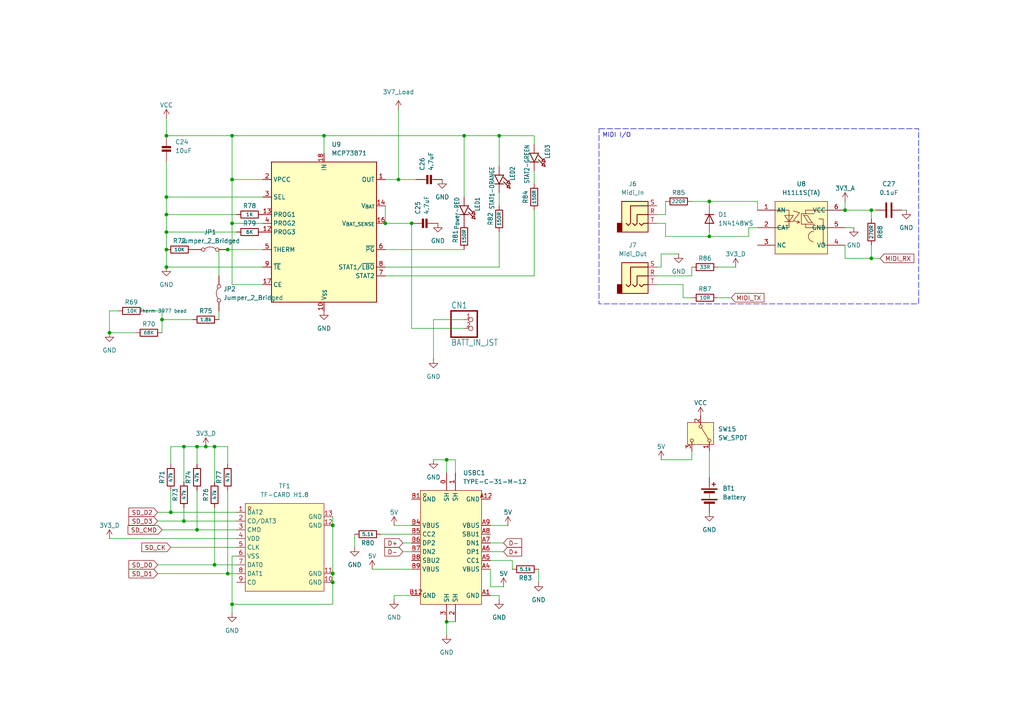
<source format=kicad_sch>
(kicad_sch (version 20231120) (generator "eeschema") (generator_version "8.0")
  (paper "A4")
  (lib_symbols
    (symbol "Adafruit USB LiIon-LiPoly Charger-eagle-import:CAP_CERAMIC0805"
      (property "Reference" "C" (at 2.54 2.54 0))
      (symbol "CAP_CERAMIC0805_1_0"
        (rectangle (start -1.27 0.508) (end 1.27 1.016) (fill (type outline)))
        (rectangle (start -1.27 1.524) (end 1.27 2.032) (fill (type outline)))
        (polyline (pts (xy 0 0.762) (xy 0 0)) (stroke (width 0.1524)))
        (polyline (pts (xy 0 2.54) (xy 0 1.778)) (stroke (width 0.1524)))
        (pin passive line (at 0 5.08 270) (length 2.54) (name "P$1") (number "1"))
        (pin passive line (at 0 -2.54 90) (length 2.54) (name "P$2") (number "2"))
      )
    )
    (symbol "Adafruit USB LiIon-LiPoly Charger-eagle-import:JST_2PIN"
      (property "Reference" "CN" (at -6.35 5.715 0))
      (symbol "JST_2PIN_1_0"
        (polyline (pts (xy -6.35 -2.54) (xy 1.27 -2.54)) (stroke (width 0.4064)))
        (polyline (pts (xy -6.35 5.08) (xy -6.35 -2.54)) (stroke (width 0.4064)))
        (polyline (pts (xy 1.27 -2.54) (xy 1.27 5.08)) (stroke (width 0.4064)))
        (polyline (pts (xy 1.27 5.08) (xy -6.35 5.08)) (stroke (width 0.4064)))
        (pin passive inverted (at -2.54 2.54 0) (length 2.54) (name "1") (number "1"))
        (pin passive inverted (at -2.54 0 0) (length 2.54) (name "2") (number "2"))
      )
    )
    (symbol "Adafruit USB LiIon-LiPoly Charger-eagle-import:LED0805"
      (property "Reference" "LED" (at -5.08 3.175 0))
      (symbol "LED0805_1_0"
        (polyline (pts (xy -2.54 -1.27) (xy 0 0)) (stroke (width 0.254)))
        (polyline (pts (xy -2.54 1.27) (xy -2.54 -1.27)) (stroke (width 0.254)))
        (polyline (pts (xy -1.905 1.27) (xy -0.635 2.54)) (stroke (width 0.254)))
        (polyline (pts (xy -0.9525 2.8575) (xy -0.3175 2.2225)) (stroke (width 0.254)))
        (polyline (pts (xy -0.635 1.27) (xy 0.635 2.54)) (stroke (width 0.254)))
        (polyline (pts (xy -0.3175 2.2225) (xy 0 3.175)) (stroke (width 0.254)))
        (polyline (pts (xy 0 0) (xy -2.54 1.27)) (stroke (width 0.254)))
        (polyline (pts (xy 0 0) (xy 0 -1.27)) (stroke (width 0.254)))
        (polyline (pts (xy 0 1.27) (xy 0 0)) (stroke (width 0.254)))
        (polyline (pts (xy 0 3.175) (xy -0.9525 2.8575)) (stroke (width 0.254)))
        (polyline (pts (xy 0.3175 2.8575) (xy 0.9525 2.2225)) (stroke (width 0.254)))
        (polyline (pts (xy 0.9525 2.2225) (xy 1.27 3.175)) (stroke (width 0.254)))
        (polyline (pts (xy 1.27 3.175) (xy 0.3175 2.8575)) (stroke (width 0.254)))
        (pin passive line (at -5.08 0 0) (length 2.54) (name "A") (number "A"))
        (pin passive line (at 2.54 0 180) (length 2.54) (name "C") (number "C"))
      )
    )
    (symbol "Battery_Management:MCP73871"
      (property "Reference" "U" (at -7.62 24.13 0))
      (property "Value" "MCP73871" (at -15.24 21.59 0))
      (symbol "MCP73871_0_1"
        (rectangle (start -15.24 20.32) (end 15.24 -20.32) (stroke (width 0.254)) (fill (type background)))
      )
      (symbol "MCP73871_1_1"
        (pin power_out line (at 17.78 15.24 180) (length 2.54) (name "OUT") (number "1"))
        (pin power_in line (at 0 -22.86 90) (length 2.54) (name "V_{SS}") (number "10"))
        (pin passive line (at 0 -22.86 90) (length 2.54) hide (name "V_{SS}") (number "11"))
        (pin bidirectional line (at -17.78 0 0) (length 2.54) (name "PROG3") (number "12"))
        (pin bidirectional line (at -17.78 5.08 0) (length 2.54) (name "PROG1") (number "13"))
        (pin power_out line (at 17.78 7.62 180) (length 2.54) (name "V_{BAT}") (number "14"))
        (pin passive line (at 17.78 7.62 180) (length 2.54) hide (name "V_{BAT}") (number "15"))
        (pin input line (at 17.78 2.54 180) (length 2.54) (name "V_{BAT_SENSE}") (number "16"))
        (pin input line (at -17.78 -15.24 0) (length 2.54) (name "CE") (number "17"))
        (pin power_in line (at 0 22.86 270) (length 2.54) (name "IN") (number "18"))
        (pin passive line (at 0 22.86 270) (length 2.54) hide (name "IN") (number "19"))
        (pin input line (at -17.78 15.24 0) (length 2.54) (name "VPCC") (number "2"))
        (pin passive line (at 17.78 15.24 180) (length 2.54) hide (name "OUT") (number "20"))
        (pin passive line (at 0 -22.86 90) (length 2.54) hide (name "V_{SS}") (number "21"))
        (pin input line (at -17.78 10.16 0) (length 2.54) (name "SEL") (number "3"))
        (pin input line (at -17.78 2.54 0) (length 2.54) (name "PROG2") (number "4"))
        (pin bidirectional line (at -17.78 -5.08 0) (length 2.54) (name "THERM") (number "5"))
        (pin open_collector line (at 17.78 -5.08 180) (length 2.54) (name "~{PG}") (number "6"))
        (pin open_collector line (at 17.78 -12.7 180) (length 2.54) (name "STAT2") (number "7"))
        (pin open_collector line (at 17.78 -10.16 180) (length 2.54) (name "STAT1/~{LBO}") (number "8"))
        (pin input line (at -17.78 -10.16 0) (length 2.54) (name "~{TE}") (number "9"))
      )
    )
    (symbol "Connector_Audio:AudioJack3"
      (property "Reference" "J" (at 0 8.89 0))
      (property "Value" "AudioJack3" (at 0 6.35 0))
      (symbol "AudioJack3_0_1"
        (rectangle (start -5.08 -5.08) (end -6.35 -2.54) (stroke (width 0.254)) (fill (type outline)))
        (polyline (pts (xy 0 -2.54) (xy 0.635 -3.175) (xy 1.27 -2.54) (xy 2.54 -2.54)) (stroke (width 0.254)))
        (polyline (pts (xy -1.905 -2.54) (xy -1.27 -3.175) (xy -0.635 -2.54) (xy -0.635 0) (xy 2.54 0)) (stroke (width 0.254)))
        (polyline (pts (xy 2.54 2.54) (xy -2.54 2.54) (xy -2.54 -2.54) (xy -3.175 -3.175) (xy -3.81 -2.54)) (stroke (width 0.254)))
        (rectangle (start 2.54 3.81) (end -5.08 -5.08) (stroke (width 0.254)) (fill (type background)))
      )
      (symbol "AudioJack3_1_1"
        (pin passive line (at 5.08 0 180) (length 2.54) (name "~") (number "R"))
        (pin passive line (at 5.08 2.54 180) (length 2.54) (name "~") (number "S"))
        (pin passive line (at 5.08 -2.54 180) (length 2.54) (name "~") (number "T"))
      )
    )
    (symbol "Device:Battery" (pin_numbers hide) (pin_names (offset 0) hide)
      (property "Reference" "BT" (at 2.54 2.54 0))
      (property "Value" "Battery" (at 2.54 0 0))
      (symbol "Battery_0_1"
        (rectangle (start -2.286 -1.27) (end 2.286 -1.524) (fill (type outline)))
        (rectangle (start -2.286 1.778) (end 2.286 1.524) (fill (type outline)))
        (rectangle (start -1.524 -2.032) (end 1.524 -2.54) (fill (type outline)))
        (rectangle (start -1.524 1.016) (end 1.524 0.508) (fill (type outline)))
        (polyline (pts (xy 0 -1.016) (xy 0 -0.762)))
        (polyline (pts (xy 0 -0.508) (xy 0 -0.254)))
        (polyline (pts (xy 0 0) (xy 0 0.254)))
        (polyline (pts (xy 0 1.778) (xy 0 2.54)))
        (polyline (pts (xy 0.762 3.048) (xy 1.778 3.048)) (stroke (width 0.254)))
        (polyline (pts (xy 1.27 3.556) (xy 1.27 2.54)) (stroke (width 0.254)))
      )
      (symbol "Battery_1_1"
        (pin passive line (at 0 5.08 270) (length 2.54) (name "+") (number "1"))
        (pin passive line (at 0 -5.08 90) (length 2.54) (name "-") (number "2"))
      )
    )
    (symbol "Device:C" (pin_numbers hide) (pin_names (offset 0.254))
      (property "Reference" "C" (at 0.635 2.54 0))
      (property "Value" "C" (at 0.635 -2.54 0))
      (symbol "C_0_1"
        (polyline (pts (xy -2.032 -0.762) (xy 2.032 -0.762)) (stroke (width 0.508)))
        (polyline (pts (xy -2.032 0.762) (xy 2.032 0.762)) (stroke (width 0.508)))
      )
      (symbol "C_1_1"
        (pin passive line (at 0 3.81 270) (length 2.794) (name "~") (number "1"))
        (pin passive line (at 0 -3.81 90) (length 2.794) (name "~") (number "2"))
      )
    )
    (symbol "Device:R" (pin_numbers hide) (pin_names (offset 0))
      (property "Reference" "R" (at 2.032 0 90))
      (property "Value" "R" (at 0 0 90))
      (symbol "R_0_1"
        (rectangle (start -1.016 -2.54) (end 1.016 2.54) (stroke (width 0.254)))
      )
      (symbol "R_1_1"
        (pin passive line (at 0 3.81 270) (length 1.27) (name "~") (number "1"))
        (pin passive line (at 0 -3.81 90) (length 1.27) (name "~") (number "2"))
      )
    )
    (symbol "Diode:MMSD4148" (pin_numbers hide) (pin_names hide)
      (property "Reference" "D" (at 0 2.54 0))
      (property "Value" "MMSD4148" (at 0 -2.54 0))
      (symbol "MMSD4148_0_1"
        (polyline (pts (xy -1.27 1.27) (xy -1.27 -1.27)) (stroke (width 0.254)))
        (polyline (pts (xy 1.27 0) (xy -1.27 0)))
        (polyline (pts (xy 1.27 1.27) (xy 1.27 -1.27) (xy -1.27 0) (xy 1.27 1.27)) (stroke (width 0.254)))
      )
      (symbol "MMSD4148_1_1"
        (pin passive line (at -3.81 0 0) (length 2.54) (name "K") (number "1"))
        (pin passive line (at 3.81 0 180) (length 2.54) (name "A") (number "2"))
      )
    )
    (symbol "Jumper:Jumper_2_Bridged" (pin_numbers hide) (pin_names (offset 0) hide) (exclude_from_sim yes)
      (property "Reference" "JP" (at 0 1.905 0))
      (property "Value" "Jumper_2_Bridged" (at 0 -2.54 0))
      (symbol "Jumper_2_Bridged_0_0"
        (circle (center -2.032 0) (radius 0.508))
        (circle (center 2.032 0) (radius 0.508))
      )
      (symbol "Jumper_2_Bridged_0_1"
        (arc (start 1.524 0.254) (mid 0 0.762) (end -1.524 0.254))
      )
      (symbol "Jumper_2_Bridged_1_1"
        (pin passive line (at -5.08 0 0) (length 2.54) (name "A") (number "1"))
        (pin passive line (at 5.08 0 180) (length 2.54) (name "B") (number "2"))
      )
    )
    (symbol "Switch:SW_SPDT" (pin_names (offset 0) hide)
      (property "Reference" "SW" (at 0 5.08 0))
      (property "Value" "SW_SPDT" (at 0 -5.08 0))
      (symbol "SW_SPDT_0_1"
        (circle (center -2.032 0) (radius 0.4572))
        (polyline (pts (xy -1.651 0.254) (xy 1.651 2.286)))
        (circle (center 2.032 -2.54) (radius 0.4572))
        (circle (center 2.032 2.54) (radius 0.4572))
      )
      (symbol "SW_SPDT_1_1"
        (rectangle (start -3.175 3.81) (end 3.175 -3.81) (fill (type background)))
        (pin passive line (at 5.08 2.54 180) (length 2.54) (name "A") (number "1"))
        (pin passive line (at -5.08 0 0) (length 2.54) (name "B") (number "2"))
        (pin passive line (at 5.08 -2.54 180) (length 2.54) (name "C") (number "3"))
      )
    )
    (symbol "daisy_seed:3V3_A" (power) (pin_numbers hide) (pin_names (offset 0) hide)
      (property "Value" "3V3_A" (at 0 3.81 0))
      (symbol "3V3_A_0_1"
        (polyline (pts (xy -0.762 1.27) (xy 0 2.54)))
        (polyline (pts (xy 0 0) (xy 0 2.54)))
        (polyline (pts (xy 0 2.54) (xy 0.762 1.27)))
      )
      (symbol "3V3_A_1_1"
        (pin power_in line (at 0 0 90) (length 0) (name "~") (number "1"))
      )
    )
    (symbol "daisy_seed:3V3_D" (power) (pin_numbers hide) (pin_names (offset 0) hide)
      (property "Value" "3V3_D" (at 0 5.08 0))
      (symbol "3V3_D_0_0"
        (pin power_in line (at 0 0 90) (length 0) (name "~") (number "1"))
      )
      (symbol "3V3_D_0_1"
        (polyline (pts (xy -0.762 1.27) (xy 0 2.54)))
        (polyline (pts (xy 0 0) (xy 0 2.54)))
        (polyline (pts (xy 0 2.54) (xy 0.762 1.27)))
      )
    )
    (symbol "power:GND" (power) (pin_numbers hide) (pin_names (offset 0) hide)
      (property "Value" "GND" (at 0 -3.81 0))
      (symbol "GND_0_1"
        (polyline (pts (xy 0 0) (xy 0 -1.27) (xy 1.27 -1.27) (xy 0 -2.54) (xy -1.27 -1.27) (xy 0 -1.27)))
      )
      (symbol "GND_1_1"
        (pin power_in line (at 0 0 270) (length 0) (name "~") (number "1"))
      )
    )
    (symbol "soundbook:TYPE-C-31-M-12"
      (property "Reference" "USBC1" (at 3.4641 21.59 0))
      (property "Value" "TYPE-C-31-M-12" (at 3.4641 19.05 0))
      (symbol "TYPE-C-31-M-12_0_1"
        (rectangle (start -8.89 16.51) (end 8.89 -16.51) (fill (type background)))
        (circle (center -7.62 15.24) (radius 0.38))
        (pin unspecified line (at -1.27 21.59 270) (length 5.08) (name "SH") (number "0"))
        (pin unspecified line (at 11.43 -13.97 180) (length 2.54) (name "GND") (number "A1"))
        (pin unspecified line (at 11.43 13.97 180) (length 2.54) (name "GND") (number "A12"))
        (pin unspecified line (at 11.43 -6.35 180) (length 2.54) (name "VBUS") (number "A4"))
        (pin unspecified line (at 11.43 -3.81 180) (length 2.54) (name "CC1") (number "A5"))
        (pin unspecified line (at 11.43 -1.27 180) (length 2.54) (name "DP1") (number "A6"))
        (pin unspecified line (at 11.43 1.27 180) (length 2.54) (name "DN1") (number "A7"))
        (pin unspecified line (at 11.43 3.81 180) (length 2.54) (name "SBU1") (number "A8"))
        (pin unspecified line (at 11.43 6.35 180) (length 2.54) (name "VBUS") (number "A9"))
        (pin unspecified line (at -11.43 13.97 0) (length 2.54) (name "GND") (number "B1"))
        (pin unspecified line (at -11.43 -13.97 0) (length 2.54) (name "GND") (number "B12"))
        (pin unspecified line (at -11.43 6.35 0) (length 2.54) (name "VBUS") (number "B4"))
        (pin unspecified line (at -11.43 3.81 0) (length 2.54) (name "CC2") (number "B5"))
        (pin unspecified line (at -11.43 1.27 0) (length 2.54) (name "DP2") (number "B6"))
        (pin unspecified line (at -11.43 -1.27 0) (length 2.54) (name "DN2") (number "B7"))
        (pin unspecified line (at -11.43 -3.81 0) (length 2.54) (name "SBU2") (number "B8"))
        (pin unspecified line (at -11.43 -6.35 0) (length 2.54) (name "VBUS") (number "B9"))
      )
      (symbol "TYPE-C-31-M-12_1_1"
        (pin unspecified line (at 1.27 21.59 270) (length 5.08) (name "SH") (number "1"))
        (pin unspecified line (at 1.27 -21.59 90) (length 5.08) (name "SH") (number "2"))
        (pin unspecified line (at -1.27 -21.59 90) (length 5.08) (name "SH") (number "3"))
      )
    )
    (symbol "soundpad_library:H11L1S(TA)"
      (property "Reference" "U" (at 0 10.16 0))
      (property "Value" "H11L1S(TA)" (at 0 -10.16 0))
      (symbol "H11L1S(TA)_0_1"
        (rectangle (start -7.62 7.62) (end 7.62 -7.62) (fill (type background)))
        (arc (start -3.56 1.02) (mid -2.0679 2.54) (end -3.56 4.06))
        (polyline (pts (xy -0.76 -3.56) (xy -2.03 -1.52)))
        (polyline (pts (xy 0 -4.06) (xy -3.81 -4.06)))
        (polyline (pts (xy 0.51 -1.52) (xy 1.27 -1.27)))
        (polyline (pts (xy 4.83 -1.78) (xy 2.29 -1.78)))
        (polyline (pts (xy -7.62 -5.08) (xy -1.27 -5.08) (xy -1.27 -4.06)))
        (polyline (pts (xy -3.3 -1.52) (xy -3.05 -1.52) (xy -2.03 -1.52)))
        (polyline (pts (xy -1.27 -1.02) (xy -1.27 0) (xy -7.62 0)))
        (polyline (pts (xy 0 -4.06) (xy 0 -1.02) (xy -3.81 -1.02)))
        (polyline (pts (xy -5.08 -2.54) (xy -6.35 -2.54) (xy -6.35 5.08) (xy -7.62 5.08)))
        (polyline (pts (xy -0.51 -3.56) (xy -1.78 -3.56) (xy -3.05 -1.52) (xy -3.3 -1.52)))
        (polyline (pts (xy 4.83 -3.56) (xy 2.29 -3.56) (xy 3.56 -1.78) (xy 4.83 -3.56)) (fill (type background)))
        (polyline (pts (xy 7.62 -5.08) (xy 3.56 -5.08) (xy 3.56 0) (xy 7.62 0)))
        (polyline (pts (xy 2.29 -4.83) (xy 0.51 -4.32) (xy 2.29 -2.03) (xy 0.51 -1.52) (xy 1.02 -2.03)))
        (pin unspecified line (at 12.7 -5.08 180) (length 5.08) (name "AN") (number "1"))
        (pin unspecified line (at 12.7 0 180) (length 5.08) (name "CAT") (number "2"))
        (pin unspecified line (at 12.7 5.08 180) (length 5.08) (name "NC") (number "3"))
        (pin unspecified line (at -12.7 5.08 0) (length 5.08) (name "VO") (number "4"))
        (pin unspecified line (at -12.7 0 0) (length 5.08) (name "GND") (number "5"))
        (pin unspecified line (at -12.7 -5.08 0) (length 5.08) (name "VCC") (number "6"))
      )
    )
    (symbol "soundpad_library:TF-CARDH1.8"
      (property "Reference" "TF" (at 0 17.78 0))
      (property "Value" "TF-CARD H1.8" (at 0 -12.7 0))
      (symbol "TF-CARDH1.8_0_1"
        (rectangle (start -12.7 15.24) (end 10.16 -10.16) (fill (type background)))
        (circle (center -11.43 13.97) (radius 0.38))
        (pin unspecified line (at -15.24 12.7 0) (length 2.54) (name "DAT2") (number "1"))
        (pin unspecified line (at 12.7 -7.62 180) (length 2.54) (name "GND") (number "10"))
        (pin unspecified line (at 12.7 -5.08 180) (length 2.54) (name "GND") (number "11"))
        (pin unspecified line (at 12.7 8.89 180) (length 2.54) (name "GND") (number "12"))
        (pin unspecified line (at 12.7 11.43 180) (length 2.54) (name "GND") (number "13"))
        (pin unspecified line (at -15.24 10.16 0) (length 2.54) (name "CD/DAT3") (number "2"))
        (pin unspecified line (at -15.24 7.62 0) (length 2.54) (name "CMD") (number "3"))
        (pin unspecified line (at -15.24 5.08 0) (length 2.54) (name "VDD") (number "4"))
        (pin unspecified line (at -15.24 2.54 0) (length 2.54) (name "CLK") (number "5"))
        (pin unspecified line (at -15.24 0 0) (length 2.54) (name "VSS") (number "6"))
        (pin unspecified line (at -15.24 -2.54 0) (length 2.54) (name "DAT0") (number "7"))
        (pin unspecified line (at -15.24 -5.08 0) (length 2.54) (name "DAT1") (number "8"))
        (pin unspecified line (at -15.24 -7.62 0) (length 2.54) (name "CD") (number "9"))
      )
    )
  )
  (junction (at 53.34 151.13))
  (junction (at 93.98 39.37))
  (junction (at 48.26 72.39))
  (junction (at 49.53 148.59))
  (junction (at 66.04 166.37))
  (junction (at 48.26 57.15))
  (junction (at 245.11 60.96))
  (junction (at 96.52 166.37))
  (junction (at 115.57 52.07))
  (junction (at 252.73 60.96))
  (junction (at 205.74 68.58))
  (junction (at 111.76 64.77))
  (junction (at 53.34 129.54))
  (junction (at 67.31 39.37))
  (junction (at 48.26 39.37))
  (junction (at 134.62 39.37))
  (junction (at 252.73 74.93))
  (junction (at 57.15 153.67))
  (junction (at 205.74 58.42))
  (junction (at 119.38 64.77))
  (junction (at 62.23 129.54))
  (junction (at 48.26 67.31))
  (junction (at 96.52 152.4))
  (junction (at 31.75 96.52))
  (junction (at 129.54 133.35))
  (junction (at 96.52 168.91))
  (junction (at 144.78 39.37))
  (junction (at 46.99 92.71))
  (junction (at 57.15 129.54))
  (junction (at 67.31 52.07))
  (junction (at 59.69 129.54))
  (junction (at 67.31 64.77))
  (junction (at 66.04 72.39))
  (junction (at 67.31 175.26))
  (junction (at 62.23 163.83))
  (junction (at 48.26 62.23))
  (junction (at 48.26 77.47))
  (junction (at 129.54 180.34))
  (wire (pts (xy 142.24 172.72) (xy 144.78 172.72)))
  (wire (pts (xy 93.98 39.37) (xy 93.98 44.45)))
  (wire (pts (xy 46.99 90.17) (xy 46.99 92.71)))
  (wire (pts (xy 66.04 142.24) (xy 66.04 166.37)))
  (wire (pts (xy 111.76 72.39) (xy 134.62 72.39)))
  (wire (pts (xy 31.75 90.17) (xy 31.75 96.52)))
  (wire (pts (xy 62.23 129.54) (xy 59.69 129.54)))
  (wire (pts (xy 129.54 180.34) (xy 132.08 180.34)))
  (wire (pts (xy 247.65 66.04) (xy 245.11 66.04)))
  (wire (pts (xy 217.17 66.04) (xy 217.17 68.58)))
  (wire (pts (xy 57.15 129.54) (xy 59.69 129.54)))
  (wire (pts (xy 48.26 72.39) (xy 48.26 77.47)))
  (wire (pts (xy 48.26 34.29) (xy 48.26 39.37)))
  (wire (pts (xy 114.3 152.4) (xy 119.38 152.4)))
  (wire (pts (xy 261.62 60.96) (xy 262.89 60.96)))
  (wire (pts (xy 208.28 86.36) (xy 212.09 86.36)))
  (wire (pts (xy 67.31 161.29) (xy 67.31 175.26)))
  (wire (pts (xy 67.31 52.07) (xy 67.31 64.77)))
  (wire (pts (xy 49.53 134.62) (xy 49.53 129.54)))
  (wire (pts (xy 142.24 170.18) (xy 146.05 170.18)))
  (wire (pts (xy 48.26 67.31) (xy 68.58 67.31)))
  (wire (pts (xy 57.15 129.54) (xy 57.15 134.62)))
  (wire (pts (xy 96.52 175.26) (xy 67.31 175.26)))
  (wire (pts (xy 45.72 163.83) (xy 62.23 163.83)))
  (wire (pts (xy 45.72 151.13) (xy 53.34 151.13)))
  (wire (pts (xy 49.53 148.59) (xy 68.58 148.59)))
  (wire (pts (xy 111.76 52.07) (xy 115.57 52.07)))
  (wire (pts (xy 67.31 39.37) (xy 93.98 39.37)))
  (wire (pts (xy 48.26 39.37) (xy 67.31 39.37)))
  (wire (pts (xy 190.5 62.23) (xy 193.04 62.23)))
  (wire (pts (xy 53.34 129.54) (xy 57.15 129.54)))
  (wire (pts (xy 198.12 86.36) (xy 198.12 82.55)))
  (wire (pts (xy 208.28 77.47) (xy 213.36 77.47)))
  (wire (pts (xy 148.59 162.56) (xy 142.24 162.56)))
  (wire (pts (xy 116.84 160.02) (xy 119.38 160.02)))
  (wire (pts (xy 57.15 142.24) (xy 57.15 153.67)))
  (wire (pts (xy 125.73 92.71) (xy 125.73 104.14)))
  (wire (pts (xy 96.52 166.37) (xy 96.52 168.91)))
  (wire (pts (xy 200.66 58.42) (xy 205.74 58.42)))
  (wire (pts (xy 144.78 172.72) (xy 144.78 173.99)))
  (wire (pts (xy 217.17 66.04) (xy 219.71 66.04)))
  (wire (pts (xy 154.94 60.96) (xy 154.94 80.01)))
  (wire (pts (xy 46.99 153.67) (xy 57.15 153.67)))
  (wire (pts (xy 57.15 153.67) (xy 68.58 153.67)))
  (wire (pts (xy 63.5 72.39) (xy 66.04 72.39)))
  (wire (pts (xy 200.66 133.35) (xy 200.66 130.81)))
  (wire (pts (xy 142.24 152.4) (xy 147.32 152.4)))
  (wire (pts (xy 67.31 52.07) (xy 76.2 52.07)))
  (wire (pts (xy 119.38 95.25) (xy 134.62 95.25)))
  (wire (pts (xy 245.11 58.42) (xy 245.11 60.96)))
  (wire (pts (xy 55.88 92.71) (xy 46.99 92.71)))
  (wire (pts (xy 190.5 77.47) (xy 191.77 77.47)))
  (wire (pts (xy 62.23 139.7) (xy 62.23 129.54)))
  (wire (pts (xy 45.72 148.59) (xy 49.53 148.59)))
  (wire (pts (xy 63.5 90.17) (xy 63.5 92.71)))
  (wire (pts (xy 68.58 161.29) (xy 67.31 161.29)))
  (wire (pts (xy 116.84 157.48) (xy 119.38 157.48)))
  (wire (pts (xy 146.05 157.48) (xy 142.24 157.48)))
  (wire (pts (xy 154.94 39.37) (xy 144.78 39.37)))
  (wire (pts (xy 63.5 72.39) (xy 63.5 80.01)))
  (wire (pts (xy 45.72 166.37) (xy 66.04 166.37)))
  (wire (pts (xy 190.5 64.77) (xy 193.04 64.77)))
  (wire (pts (xy 154.94 41.91) (xy 154.94 39.37)))
  (wire (pts (xy 190.5 80.01) (xy 200.66 80.01)))
  (wire (pts (xy 49.53 129.54) (xy 53.34 129.54)))
  (wire (pts (xy 193.04 62.23) (xy 193.04 58.42)))
  (wire (pts (xy 66.04 134.62) (xy 66.04 129.54)))
  (wire (pts (xy 119.38 172.72) (xy 114.3 172.72)))
  (wire (pts (xy 134.62 39.37) (xy 93.98 39.37)))
  (wire (pts (xy 252.73 60.96) (xy 245.11 60.96)))
  (wire (pts (xy 191.77 77.47) (xy 191.77 73.66)))
  (wire (pts (xy 219.71 58.42) (xy 219.71 60.96)))
  (wire (pts (xy 67.31 64.77) (xy 76.2 64.77)))
  (wire (pts (xy 49.53 158.75) (xy 68.58 158.75)))
  (wire (pts (xy 205.74 67.31) (xy 205.74 68.58)))
  (wire (pts (xy 134.62 57.15) (xy 134.62 39.37)))
  (wire (pts (xy 245.11 74.93) (xy 252.73 74.93)))
  (wire (pts (xy 191.77 133.35) (xy 200.66 133.35)))
  (wire (pts (xy 31.75 156.21) (xy 68.58 156.21)))
  (wire (pts (xy 146.05 160.02) (xy 142.24 160.02)))
  (wire (pts (xy 132.08 137.16) (xy 132.08 133.35)))
  (wire (pts (xy 96.52 168.91) (xy 96.52 175.26)))
  (wire (pts (xy 129.54 133.35) (xy 125.73 133.35)))
  (wire (pts (xy 134.62 92.71) (xy 125.73 92.71)))
  (wire (pts (xy 48.26 67.31) (xy 48.26 72.39)))
  (wire (pts (xy 76.2 82.55) (xy 67.31 82.55)))
  (wire (pts (xy 205.74 130.81) (xy 205.74 138.43)))
  (wire (pts (xy 48.26 46.99) (xy 48.26 57.15)))
  (wire (pts (xy 132.08 133.35) (xy 129.54 133.35)))
  (wire (pts (xy 191.77 73.66) (xy 196.85 73.66)))
  (wire (pts (xy 252.73 71.12) (xy 252.73 74.93)))
  (wire (pts (xy 144.78 39.37) (xy 144.78 48.26)))
  (wire (pts (xy 156.21 165.1) (xy 156.21 168.91)))
  (wire (pts (xy 66.04 166.37) (xy 68.58 166.37)))
  (wire (pts (xy 198.12 86.36) (xy 200.66 86.36)))
  (wire (pts (xy 255.27 74.93) (xy 252.73 74.93)))
  (wire (pts (xy 67.31 175.26) (xy 67.31 177.8)))
  (wire (pts (xy 96.52 152.4) (xy 96.52 166.37)))
  (wire (pts (xy 154.94 80.01) (xy 111.76 80.01)))
  (wire (pts (xy 102.87 154.94) (xy 102.87 158.75)))
  (wire (pts (xy 41.91 90.17) (xy 46.99 90.17)))
  (wire (pts (xy 48.26 77.47) (xy 76.2 77.47)))
  (wire (pts (xy 129.54 180.34) (xy 129.54 184.15)))
  (wire (pts (xy 205.74 68.58) (xy 217.17 68.58)))
  (wire (pts (xy 144.78 67.31) (xy 144.78 77.47)))
  (wire (pts (xy 48.26 57.15) (xy 76.2 57.15)))
  (wire (pts (xy 68.58 62.23) (xy 48.26 62.23)))
  (wire (pts (xy 53.34 147.32) (xy 53.34 151.13)))
  (wire (pts (xy 62.23 147.32) (xy 62.23 163.83)))
  (wire (pts (xy 107.95 165.1) (xy 119.38 165.1)))
  (wire (pts (xy 119.38 154.94) (xy 110.49 154.94)))
  (wire (pts (xy 111.76 59.69) (xy 111.76 64.77)))
  (wire (pts (xy 148.59 165.1) (xy 148.59 162.56)))
  (wire (pts (xy 67.31 82.55) (xy 67.31 64.77)))
  (wire (pts (xy 193.04 64.77) (xy 193.04 68.58)))
  (wire (pts (xy 76.2 72.39) (xy 66.04 72.39)))
  (wire (pts (xy 62.23 163.83) (xy 68.58 163.83)))
  (wire (pts (xy 252.73 60.96) (xy 252.73 63.5)))
  (wire (pts (xy 190.5 82.55) (xy 198.12 82.55)))
  (wire (pts (xy 144.78 39.37) (xy 134.62 39.37)))
  (wire (pts (xy 129.54 137.16) (xy 129.54 133.35)))
  (wire (pts (xy 66.04 129.54) (xy 62.23 129.54)))
  (wire (pts (xy 144.78 77.47) (xy 111.76 77.47)))
  (wire (pts (xy 114.3 172.72) (xy 114.3 173.99)))
  (wire (pts (xy 120.65 52.07) (xy 115.57 52.07)))
  (wire (pts (xy 46.99 96.52) (xy 46.99 92.71)))
  (wire (pts (xy 53.34 151.13) (xy 68.58 151.13)))
  (wire (pts (xy 48.26 62.23) (xy 48.26 67.31)))
  (wire (pts (xy 48.26 57.15) (xy 48.26 62.23)))
  (wire (pts (xy 53.34 129.54) (xy 53.34 139.7)))
  (wire (pts (xy 154.94 49.53) (xy 154.94 53.34)) (stroke (width 0.1524)))
  (wire (pts (xy 205.74 59.69) (xy 205.74 58.42)))
  (wire (pts (xy 119.38 64.77) (xy 119.38 95.25)))
  (wire (pts (xy 115.57 31.75) (xy 115.57 52.07)))
  (wire (pts (xy 193.04 68.58) (xy 205.74 68.58)))
  (wire (pts (xy 111.76 64.77) (xy 119.38 64.77)))
  (wire (pts (xy 245.11 74.93) (xy 245.11 71.12)))
  (wire (pts (xy 142.24 170.18) (xy 142.24 165.1)))
  (wire (pts (xy 67.31 52.07) (xy 67.31 39.37)))
  (wire (pts (xy 254 60.96) (xy 252.73 60.96)))
  (wire (pts (xy 144.78 55.88) (xy 144.78 59.69)))
  (wire (pts (xy 96.52 149.86) (xy 96.52 152.4)))
  (wire (pts (xy 31.75 90.17) (xy 34.29 90.17)))
  (wire (pts (xy 49.53 142.24) (xy 49.53 148.59)))
  (wire (pts (xy 200.66 80.01) (xy 200.66 77.47)))
  (wire (pts (xy 205.74 58.42) (xy 219.71 58.42)))
  (wire (pts (xy 31.75 96.52) (xy 39.37 96.52)))
  (text_box "MIDI I/O" (at 173.736 37.338 0) (size 92.71 50.8) (stroke (width 0) (type dash)) (effects (font (size 1.27 1.27)) (justify left top)))
  (global_label "D+" (shape input) (at 116.84 157.48 180) (property "Intersheetrefs" "${INTERSHEET_REFS}" (effects (hide yes))))
  (global_label "D-" (shape input) (at 146.05 157.48 0) (property "Intersheetrefs" "${INTERSHEET_REFS}" (effects (hide yes))))
  (global_label "SD_D0" (shape input) (at 45.72 163.83 180) (property "Intersheetrefs" "${INTERSHEET_REFS}" (effects (hide yes))))
  (global_label "SD_CK" (shape input) (at 49.53 158.75 180) (property "Intersheetrefs" "${INTERSHEET_REFS}" (effects (hide yes))))
  (global_label "D-" (shape input) (at 116.84 160.02 180) (property "Intersheetrefs" "${INTERSHEET_REFS}" (effects (hide yes))))
  (global_label "MIDI_RX" (shape input) (at 255.27 74.93 0) (property "Intersheetrefs" "${INTERSHEET_REFS}" (effects (hide yes))))
  (global_label "SD_CMD" (shape input) (at 46.99 153.67 180) (property "Intersheetrefs" "${INTERSHEET_REFS}" (effects (hide yes))))
  (global_label "SD_D1" (shape input) (at 45.72 166.37 180) (property "Intersheetrefs" "${INTERSHEET_REFS}" (effects (hide yes))))
  (global_label "MIDI_TX" (shape input) (at 212.09 86.36 0) (property "Intersheetrefs" "${INTERSHEET_REFS}" (effects (hide yes))))
  (global_label "SD_D3" (shape input) (at 45.72 151.13 180) (property "Intersheetrefs" "${INTERSHEET_REFS}" (effects (hide yes))))
  (global_label "D+" (shape input) (at 146.05 160.02 0) (property "Intersheetrefs" "${INTERSHEET_REFS}" (effects (hide yes))))
  (global_label "SD_D2" (shape input) (at 45.72 148.59 180) (property "Intersheetrefs" "${INTERSHEET_REFS}" (effects (hide yes))))
  (symbol (lib_id "daisy_seed:3V3_D") (at 203.2 120.65 0) (unit 1)
    (property "Reference" "#PWR0137" (effects (hide yes)))
    (property "Value" "VCC" (at 203.2 116.84 0))
  )
  (symbol (lib_id "power:GND") (at 67.31 177.8 0) (unit 1)
    (property "Reference" "#PWR0107" (effects (hide yes)))
    (property "Value" "GND" (at 67.31 182.88 0))
    (property "Description" "Power symbol creates a global label with name \"GND\" , ground" (effects (hide yes)))
  )
  (symbol (lib_id "Adafruit USB LiIon-LiPoly Charger-eagle-import:CAP_CERAMIC0805") (at 125.73 52.07 90) (unit 1)
    (property "Reference" "C26" (at 123.19 49.53 0) (effects (justify left bottom)))
    (property "Value" "4.7uF" (at 125.73 49.53 0) (effects (justify left bottom)))
    (property "Footprint" "Capacitor_SMD:C_0603_1608Metric" (effects (hide yes)))
    (property "Description" "unpolarized capacitor" (effects (hide yes)))
    (property "LCSC" "C19702" (effects (hide yes)))
  )
  (symbol (lib_id "power:GND") (at 205.74 148.59 0) (unit 1)
    (property "Reference" "#PWR0138" (effects (hide yes)))
    (property "Value" "GND" (at 205.74 153.67 0))
    (property "Description" "Power symbol creates a global label with name \"GND\" , ground" (effects (hide yes)))
  )
  (symbol (lib_id "power:GND") (at 262.89 60.96 0) (unit 1)
    (property "Reference" "#PWR0125" (effects (hide yes)))
    (property "Value" "GND" (at 262.89 66.04 0))
  )
  (symbol (lib_id "Device:R") (at 62.23 143.51 180) (unit 1)
    (property "Reference" "R76" (at 59.69 143.51 90))
    (property "Value" "47k" (at 62.23 143.51 90) (effects (font (size 1.016 1.016))))
    (property "Footprint" "Resistor_SMD:R_0603_1608Metric" (effects (hide yes)))
    (property "Description" "Resistor" (effects (hide yes)))
  )
  (symbol (lib_id "Device:R") (at 152.4 165.1 270) (unit 1)
    (property "Reference" "R83" (at 152.4 167.64 90))
    (property "Value" "5.1k" (at 152.4 165.1 90) (effects (font (size 1.016 1.016))))
    (property "Footprint" "Resistor_SMD:R_0603_1608Metric" (effects (hide yes)))
    (property "Description" "Resistor" (effects (hide yes)))
  )
  (symbol (lib_id "daisy_seed:3V3_A") (at 245.11 58.42 0) (unit 1)
    (property "Reference" "#PWR0123" (effects (hide yes)))
    (property "Value" "3V3_A" (at 245.11 54.61 0))
    (property "Description" "Power symbol creates a global label with name \"3V3_A\" (I hope)" (effects (hide yes)))
  )
  (symbol (lib_id "Device:R") (at 72.39 67.31 90) (unit 1)
    (property "Reference" "R79" (at 72.39 64.77 90))
    (property "Value" "6K" (at 72.39 67.31 90) (effects (font (size 1.016 1.016))))
    (property "Footprint" "Resistor_SMD:R_0603_1608Metric" (effects (hide yes)))
    (property "Description" "Resistor" (effects (hide yes)))
  )
  (symbol (lib_id "Device:R") (at 196.85 58.42 90) (unit 1)
    (property "Reference" "R85" (at 196.85 55.88 90))
    (property "Value" "220R" (at 196.85 58.42 90) (effects (font (size 1.016 1.016))))
    (property "Footprint" "Resistor_SMD:R_0603_1608Metric" (effects (hide yes)))
    (property "Description" "Resistor" (effects (hide yes)))
    (property "LCSC" "C22962" (effects (hide yes)))
  )
  (symbol (lib_id "power:GND") (at 196.85 73.66 0) (unit 1)
    (property "Reference" "#PWR0121" (effects (hide yes)))
    (property "Value" "GND" (at 196.85 78.74 0))
    (property "Description" "Power symbol creates a global label with name \"GND\" , ground" (effects (hide yes)))
  )
  (symbol (lib_id "daisy_seed:3V3_D") (at 107.95 165.1 0) (mirror y) (unit 1)
    (property "Reference" "#PWR0110" (effects (hide yes)))
    (property "Value" "5V" (at 107.95 161.29 0))
  )
  (symbol (lib_id "power:GND") (at 128.27 52.07 0) (unit 1)
    (property "Reference" "#PWR0116" (effects (hide yes)))
    (property "Value" "GND" (at 128.27 57.15 0))
    (property "Description" "Power symbol creates a global label with name \"GND\" , ground" (effects (hide yes)))
  )
  (symbol (lib_id "Device:Battery") (at 205.74 143.51 0) (unit 1)
    (property "Reference" "BT1" (at 209.55 141.6684 0) (effects (justify left)))
    (property "Value" "Battery" (at 209.55 144.2084 0) (effects (justify left)))
    (property "Footprint" "footprints:2479" (effects (hide yes)))
    (property "Description" "Multiple-cell battery" (effects (hide yes)))
  )
  (symbol (lib_id "Adafruit USB LiIon-LiPoly Charger-eagle-import:LED0805") (at 134.62 62.23 270) (unit 1)
    (property "Reference" "LED1" (at 137.795 57.15 0) (effects (font (size 1.27 1.0795)) (justify left bottom)))
    (property "Value" "Power-RED" (at 131.826 57.15 0) (effects (font (size 1.27 1.0795)) (justify left bottom)))
    (property "Footprint" "Adafruit USB LiIon-LiPoly Charger:CHIPLED_0805" (effects (hide yes)))
    (property "LCSC" "C2286" (effects (hide yes)))
  )
  (symbol (lib_id "Device:R") (at 59.69 92.71 90) (unit 1)
    (property "Reference" "R75" (at 59.69 90.17 90))
    (property "Value" "1.8k" (at 59.69 92.71 90) (effects (font (size 1.016 1.016))))
    (property "Footprint" "Resistor_SMD:R_0603_1608Metric" (effects (hide yes)))
    (property "Description" "Resistor" (effects (hide yes)))
  )
  (symbol (lib_id "Device:R") (at 57.15 138.43 180) (unit 1)
    (property "Reference" "R74" (at 54.61 138.43 90))
    (property "Value" "47k" (at 57.15 138.43 90) (effects (font (size 1.016 1.016))))
    (property "Footprint" "Resistor_SMD:R_0603_1608Metric" (effects (hide yes)))
    (property "Description" "Resistor" (effects (hide yes)))
  )
  (symbol (lib_id "Switch:SW_SPDT") (at 203.2 125.73 270) (unit 1)
    (property "Reference" "SW15" (at 208.28 124.4599 90) (effects (justify left)))
    (property "Value" "SW_SPDT" (at 208.28 126.9999 90) (effects (justify left)))
    (property "Footprint" "footprints:SLW12777443AND" (effects (hide yes)))
    (property "Description" "Switch, single pole double throw" (effects (hide yes)))
  )
  (symbol (lib_id "Device:R") (at 154.94 57.15 180) (unit 1)
    (property "Reference" "R84" (at 152.4 57.15 90))
    (property "Value" "150R" (at 154.94 57.15 90) (effects (font (size 1.016 1.016))))
    (property "Footprint" "Resistor_SMD:R_0603_1608Metric" (effects (hide yes)))
    (property "Description" "Resistor" (effects (hide yes)))
    (property "LCSC" "C22808" (effects (hide yes)))
  )
  (symbol (lib_id "daisy_seed:3V3_D") (at 147.32 152.4 0) (unit 1)
    (property "Reference" "#PWR0119" (effects (hide yes)))
    (property "Value" "5V" (at 147.32 148.59 0))
  )
  (symbol (lib_id "soundbook:TYPE-C-31-M-12") (at 130.81 158.75 0) (unit 1)
    (property "Reference" "USBC1" (at 134.2741 137.16 0) (effects (justify left)))
    (property "Value" "TYPE-C-31-M-12" (at 134.2741 139.7 0) (effects (justify left)))
    (property "Footprint" "Connector_USB:USB_C_Receptacle_HRO_TYPE-C-31-M-12" (effects (hide yes)))
    (property "Datasheet" "https://lcsc.com/product-detail/USB-Type-C_Korean-Hroparts-Elec-TYPE-C-31-M-12_C165948.html" (effects (hide yes)))
    (property "LCSC Part" "C165948" (effects (hide yes)))
  )
  (symbol (lib_id "power:GND") (at 125.73 133.35 0) (unit 1)
    (property "Reference" "#PWR070" (effects (hide yes)))
    (property "Value" "GND" (at 125.73 138.43 0))
    (property "Description" "Power symbol creates a global label with name \"GND\" , ground" (effects (hide yes)))
  )
  (symbol (lib_id "Device:R") (at 43.18 96.52 90) (unit 1)
    (property "Reference" "R70" (at 43.18 93.98 90))
    (property "Value" "68K" (at 43.18 96.52 90) (effects (font (size 1.016 1.016))))
    (property "Footprint" "Resistor_SMD:R_0603_1608Metric" (effects (hide yes)))
    (property "Description" "Resistor" (effects (hide yes)))
  )
  (symbol (lib_id "Battery_Management:MCP73871") (at 93.98 67.31 0) (unit 1)
    (property "Reference" "U9" (at 96.1741 41.91 0) (effects (justify left)))
    (property "Value" "MCP73871" (at 96.1741 44.45 0) (effects (justify left)))
    (property "Footprint" "Package_DFN_QFN:QFN-20-1EP_4x4mm_P0.5mm_EP2.5x2.5mm" (effects (hide yes)))
    (property "Datasheet" "http://www.mouser.com/ds/2/268/22090a-52174.pdf" (effects (hide yes)))
    (property "Description" "Single cell, Li-Ion/Li-Po charge management controller" (effects (hide yes)))
    (property "LCSC" "C511310" (effects (hide yes)))
  )
  (symbol (lib_id "daisy_seed:3V3_D") (at 213.36 77.47 0) (unit 1)
    (property "Reference" "#PWR0122" (effects (hide yes)))
    (property "Value" "3V3_D" (at 213.36 73.66 0))
    (property "Description" "Power symbol creates a global label with name \"3V3_D\"" (effects (hide yes)))
  )
  (symbol (lib_id "power:GND") (at 129.54 184.15 0) (unit 1)
    (property "Reference" "#PWR025" (effects (hide yes)))
    (property "Value" "GND" (at 129.54 189.23 0))
    (property "Description" "Power symbol creates a global label with name \"GND\" , ground" (effects (hide yes)))
  )
  (symbol (lib_id "daisy_seed:3V3_D") (at 48.26 34.29 0) (unit 1)
    (property "Reference" "#PWR0104" (effects (hide yes)))
    (property "Value" "VCC" (at 48.26 30.48 0))
  )
  (symbol (lib_id "power:GND") (at 156.21 168.91 0) (unit 1)
    (property "Reference" "#PWR0120" (effects (hide yes)))
    (property "Value" "GND" (at 156.21 173.99 0))
    (property "Description" "Power symbol creates a global label with name \"GND\" , ground" (effects (hide yes)))
  )
  (symbol (lib_id "power:GND") (at 31.75 96.52 0) (unit 1)
    (property "Reference" "#PWR0102" (effects (hide yes)))
    (property "Value" "GND" (at 31.75 101.6 0))
    (property "Description" "Power symbol creates a global label with name \"GND\" , ground" (effects (hide yes)))
  )
  (symbol (lib_id "power:GND") (at 48.26 77.47 0) (unit 1)
    (property "Reference" "#PWR0105" (effects (hide yes)))
    (property "Value" "GND" (at 48.26 82.55 0))
    (property "Description" "Power symbol creates a global label with name \"GND\" , ground" (effects (hide yes)))
  )
  (symbol (lib_id "power:GND") (at 114.3 173.99 0) (unit 1)
    (property "Reference" "#PWR0112" (effects (hide yes)))
    (property "Value" "GND" (at 114.3 179.07 0))
    (property "Description" "Power symbol creates a global label with name \"GND\" , ground" (effects (hide yes)))
  )
  (symbol (lib_id "daisy_seed:3V3_D") (at 146.05 170.18 0) (unit 1)
    (property "Reference" "#PWR0118" (effects (hide yes)))
    (property "Value" "5V" (at 146.05 166.37 0))
  )
  (symbol (lib_id "Device:R") (at 38.1 90.17 90) (unit 1)
    (property "Reference" "R69" (at 38.1 87.63 90))
    (property "Value" "10K Therm 3977 bead" (at 45.466 90.17 90) (effects (font (size 1.016 1.016))))
    (property "Footprint" "Capacitor_THT:C_Disc_D3.4mm_W2.1mm_P2.50mm" (effects (hide yes)))
    (property "Description" "Resistor" (effects (hide yes)))
  )
  (symbol (lib_id "Device:R") (at 106.68 154.94 270) (unit 1)
    (property "Reference" "R80" (at 106.68 157.48 90))
    (property "Value" "5.1k" (at 106.68 154.94 90) (effects (font (size 1.016 1.016))))
    (property "Footprint" "Resistor_SMD:R_0603_1608Metric" (effects (hide yes)))
    (property "Description" "Resistor" (effects (hide yes)))
  )
  (symbol (lib_id "Device:R") (at 52.07 72.39 90) (unit 1)
    (property "Reference" "R72" (at 52.07 69.85 90))
    (property "Value" "10K" (at 52.07 72.39 90) (effects (font (size 1.016 1.016))))
    (property "Footprint" "Resistor_SMD:R_0603_1608Metric" (effects (hide yes)))
    (property "Description" "Resistor" (effects (hide yes)))
  )
  (symbol (lib_id "soundpad_library:H11L1S(TA)") (at 232.41 66.04 180) (unit 1)
    (property "Reference" "U8" (at 232.41 53.34 0))
    (property "Value" "H11L1S(TA)" (at 232.41 55.88 0))
    (property "Footprint" "ICs:SMD-6_L7.3-W6.5-P2.54-LS10.2-BL" (effects (hide yes)))
    (property "Datasheet" "https://lcsc.com/product-detail/SMD-Optocouplers_H11L1S-TA_C78589.html" (effects (hide yes)))
    (property "LCSC Part" "C78589" (effects (hide yes)))
  )
  (symbol (lib_id "power:GND") (at 127 64.77 0) (unit 1)
    (property "Reference" "#PWR0115" (effects (hide yes)))
    (property "Value" "GND" (at 127 69.85 0))
    (property "Description" "Power symbol creates a global label with name \"GND\" , ground" (effects (hide yes)))
  )
  (symbol (lib_id "power:GND") (at 93.98 90.17 0) (unit 1)
    (property "Reference" "#PWR0108" (effects (hide yes)))
    (property "Value" "GND" (at 93.98 95.25 0))
    (property "Description" "Power symbol creates a global label with name \"GND\" , ground" (effects (hide yes)))
  )
  (symbol (lib_id "soundpad_library:TF-CARDH1.8") (at 83.82 161.29 0) (unit 1)
    (property "Reference" "TF1" (at 82.55 140.97 0))
    (property "Value" "TF-CARD H1.8" (at 82.55 143.51 0))
    (property "Footprint" "soundpad_library:TF-SMD_TF-CARD-H1.8" (effects (hide yes)))
    (property "LCSC" "C7529389" (effects (hide yes)))
  )
  (symbol (lib_id "Adafruit USB LiIon-LiPoly Charger-eagle-import:CAP_CERAMIC0805") (at 124.46 64.77 90) (unit 1)
    (property "Reference" "C25" (at 121.92 62.23 0) (effects (justify left bottom)))
    (property "Value" "4.7uF" (at 124.46 62.23 0) (effects (justify left bottom)))
    (property "Footprint" "Capacitor_SMD:C_0603_1608Metric" (effects (hide yes)))
    (property "Description" "unpolarized capacitor" (effects (hide yes)))
    (property "LCSC" "C19702" (effects (hide yes)))
  )
  (symbol (lib_id "power:GND") (at 125.73 104.14 0) (unit 1)
    (property "Reference" "#PWR0114" (effects (hide yes)))
    (property "Value" "GND" (at 125.73 109.22 0))
    (property "Description" "Power symbol creates a global label with name \"GND\" , ground" (effects (hide yes)))
  )
  (symbol (lib_id "Diode:MMSD4148") (at 205.74 63.5 270) (unit 1)
    (property "Reference" "D1" (at 208.28 62.23 90) (effects (justify left)))
    (property "Value" "1N4148WS" (at 208.28 64.77 90) (effects (justify left)))
    (property "Footprint" "Diode_SMD:D_SOD-323" (effects (hide yes)))
    (property "Datasheet" "https://www.onsemi.com/pub/Collateral/MMSD4148T1-D.PDF" (effects (hide yes)))
    (property "Sim.Device" "D" (effects (hide yes)))
    (property "Sim.Pins" "1=K 2=A" (effects (hide yes)))
    (property "LCSC" "C2128" (effects (hide yes)))
  )
  (symbol (lib_id "Device:R") (at 204.47 86.36 90) (unit 1)
    (property "Reference" "R87" (at 204.47 83.82 90))
    (property "Value" "10R" (at 204.47 86.36 90) (effects (font (size 1.016 1.016))))
    (property "Footprint" "Resistor_SMD:R_0603_1608Metric" (effects (hide yes)))
    (property "Description" "Resistor" (effects (hide yes)))
    (property "LCSC" "C22859" (effects (hide yes)))
  )
  (symbol (lib_id "Device:R") (at 204.47 77.47 90) (unit 1)
    (property "Reference" "R86" (at 204.47 74.93 90))
    (property "Value" "33R" (at 204.47 77.47 90) (effects (font (size 1.016 1.016))))
    (property "Footprint" "Resistor_SMD:R_0603_1608Metric" (effects (hide yes)))
    (property "Description" "Resistor" (effects (hide yes)))
    (property "LCSC" "C23140" (effects (hide yes)))
  )
  (symbol (lib_id "Adafruit USB LiIon-LiPoly Charger-eagle-import:JST_2PIN") (at 137.16 95.25 0) (unit 1)
    (property "Reference" "CN1" (at 130.81 89.535 0) (effects (font (size 1.778 1.5113)) (justify left bottom)))
    (property "Value" "BATT_IN_JST" (at 130.81 100.33 0) (effects (font (size 1.778 1.5113)) (justify left bottom)))
    (property "Footprint" "Connector_JST:JST_PH_S2B-PH-K_1x02_P2.00mm_Horizontal" (effects (hide yes)))
  )
  (symbol (lib_id "Adafruit USB LiIon-LiPoly Charger-eagle-import:CAP_CERAMIC0805") (at 48.26 44.45 0) (unit 1)
    (property "Reference" "C24" (at 50.8 41.91 0) (effects (justify left bottom)))
    (property "Value" "10uF" (at 50.8 44.45 0) (effects (justify left bottom)))
    (property "Footprint" "Capacitor_SMD:C_0603_1608Metric" (effects (hide yes)))
    (property "Description" "unpolarized capacitor" (effects (hide yes)))
    (property "LCSC" "C19702" (effects (hide yes)))
  )
  (symbol (lib_id "Device:R") (at 72.39 62.23 90) (unit 1)
    (property "Reference" "R78" (at 72.39 59.69 90))
    (property "Value" "1K" (at 72.39 62.23 90) (effects (font (size 1.016 1.016))))
    (property "Footprint" "Resistor_SMD:R_0603_1608Metric" (effects (hide yes)))
    (property "Description" "Resistor" (effects (hide yes)))
  )
  (symbol (lib_id "power:GND") (at 144.78 173.99 0) (unit 1)
    (property "Reference" "#PWR0117" (effects (hide yes)))
    (property "Value" "GND" (at 144.78 179.07 0))
    (property "Description" "Power symbol creates a global label with name \"GND\" , ground" (effects (hide yes)))
  )
  (symbol (lib_id "Device:R") (at 144.78 63.5 180) (unit 1)
    (property "Reference" "R82" (at 142.24 63.5 90))
    (property "Value" "150R" (at 144.78 63.5 90) (effects (font (size 1.016 1.016))))
    (property "Footprint" "Resistor_SMD:R_0603_1608Metric" (effects (hide yes)))
    (property "Description" "Resistor" (effects (hide yes)))
    (property "LCSC" "C22808" (effects (hide yes)))
  )
  (symbol (lib_id "Jumper:Jumper_2_Bridged") (at 60.96 72.39 0) (unit 1) (exclude_from_sim yes)
    (property "Reference" "JP1" (at 60.96 67.31 0))
    (property "Value" "Jumper_2_Bridged" (at 60.96 69.85 0))
    (property "Footprint" "Jumper:SolderJumper-2_P1.3mm_Open_Pad1.0x1.5mm" (effects (hide yes)))
    (property "Description" "Jumper, 2-pole, closed/bridged" (effects (hide yes)))
  )
  (symbol (lib_id "Device:R") (at 53.34 143.51 180) (unit 1)
    (property "Reference" "R73" (at 50.8 143.51 90))
    (property "Value" "47k" (at 53.34 143.51 90) (effects (font (size 1.016 1.016))))
    (property "Footprint" "Resistor_SMD:R_0603_1608Metric" (effects (hide yes)))
    (property "Description" "Resistor" (effects (hide yes)))
  )
  (symbol (lib_id "power:GND") (at 247.65 66.04 0) (unit 1)
    (property "Reference" "#PWR0124" (effects (hide yes)))
    (property "Value" "GND" (at 247.65 71.12 0))
  )
  (symbol (lib_id "Device:C") (at 257.81 60.96 270) (unit 1)
    (property "Reference" "C27" (at 257.81 53.34 90))
    (property "Value" "0.1uF" (at 257.81 55.88 90))
    (property "Footprint" "Capacitor_SMD:C_0402_1005Metric" (effects (hide yes)))
    (property "Description" "Unpolarized capacitor" (effects (hide yes)))
    (property "LCSC" "C1525" (effects (hide yes)))
  )
  (symbol (lib_id "daisy_seed:3V3_D") (at 115.57 31.75 0) (unit 1)
    (property "Reference" "#PWR0113" (effects (hide yes)))
    (property "Value" "3V7_Load" (at 115.57 26.67 0))
    (property "Description" "Power symbol creates a global label with name \"3V3_D\"" (effects (hide yes)))
  )
  (symbol (lib_id "daisy_seed:3V3_D") (at 191.77 133.35 0) (unit 1)
    (property "Reference" "#PWR0139" (effects (hide yes)))
    (property "Value" "5V" (at 191.77 129.54 0))
  )
  (symbol (lib_id "Device:R") (at 252.73 67.31 0) (unit 1)
    (property "Reference" "R88" (at 255.27 67.31 90))
    (property "Value" "270R" (at 252.73 67.31 90) (effects (font (size 1.016 1.016))))
    (property "Footprint" "Resistor_SMD:R_0603_1608Metric" (effects (hide yes)))
    (property "Description" "Resistor" (effects (hide yes)))
  )
  (symbol (lib_id "Adafruit USB LiIon-LiPoly Charger-eagle-import:LED0805") (at 154.94 46.99 270) (unit 1)
    (property "Reference" "LED3" (at 158.115 41.91 0) (effects (font (size 1.27 1.0795)) (justify left bottom)))
    (property "Value" "STAT2-GREEN" (at 152.146 41.91 0) (effects (font (size 1.27 1.0795)) (justify left bottom)))
    (property "Footprint" "Adafruit USB LiIon-LiPoly Charger:CHIPLED_0805" (effects (hide yes)))
    (property "LCSC" "C2297 " (effects (hide yes)))
  )
  (symbol (lib_id "Device:R") (at 66.04 138.43 180) (unit 1)
    (property "Reference" "R77" (at 63.5 138.43 90))
    (property "Value" "47k" (at 66.04 138.43 90) (effects (font (size 1.016 1.016))))
    (property "Footprint" "Resistor_SMD:R_0603_1608Metric" (effects (hide yes)))
    (property "Description" "Resistor" (effects (hide yes)))
  )
  (symbol (lib_id "Connector_Audio:AudioJack3") (at 185.42 62.23 0) (unit 1)
    (property "Reference" "J6" (at 183.515 53.34 0))
    (property "Value" "Midi_In" (at 183.515 55.88 0))
    (property "Footprint" "connectors:PJ-376M_TRS_3.5mm" (effects (hide yes)))
    (property "Description" "Audio Jack, 3 Poles (Stereo / TRS)" (effects (hide yes)))
  )
  (symbol (lib_id "daisy_seed:3V3_D") (at 31.75 156.21 0) (unit 1)
    (property "Reference" "#PWR0103" (effects (hide yes)))
    (property "Value" "3V3_D" (at 31.75 152.4 0))
    (property "Description" "Power symbol creates a global label with name \"3V3_D\"" (effects (hide yes)))
  )
  (symbol (lib_id "Connector_Audio:AudioJack3") (at 185.42 80.01 0) (unit 1)
    (property "Reference" "J7" (at 183.515 71.12 0))
    (property "Value" "Midi_Out" (at 183.515 73.66 0))
    (property "Footprint" "connectors:PJ-376M_TRS_3.5mm" (effects (hide yes)))
    (property "Description" "Audio Jack, 3 Poles (Stereo / TRS)" (effects (hide yes)))
  )
  (symbol (lib_id "Device:R") (at 134.62 68.58 180) (unit 1)
    (property "Reference" "R81" (at 132.08 68.58 90))
    (property "Value" "150R" (at 134.62 68.58 90) (effects (font (size 1.016 1.016))))
    (property "Footprint" "Resistor_SMD:R_0603_1608Metric" (effects (hide yes)))
    (property "Description" "Resistor" (effects (hide yes)))
    (property "LCSC" "C22808" (effects (hide yes)))
  )
  (symbol (lib_id "Adafruit USB LiIon-LiPoly Charger-eagle-import:LED0805") (at 144.78 53.34 270) (unit 1)
    (property "Reference" "LED2" (at 147.955 48.26 0) (effects (font (size 1.27 1.0795)) (justify left bottom)))
    (property "Value" "STAT1-ORANGE" (at 141.986 48.26 0) (effects (font (size 1.27 1.0795)) (justify left bottom)))
    (property "Footprint" "Adafruit USB LiIon-LiPoly Charger:CHIPLED_0805" (effects (hide yes)))
    (property "LCSC" "C2296 " (effects (hide yes)))
  )
  (symbol (lib_id "daisy_seed:3V3_D") (at 59.69 129.54 0) (unit 1)
    (property "Reference" "#PWR0106" (effects (hide yes)))
    (property "Value" "3V3_D" (at 59.69 125.73 0))
    (property "Description" "Power symbol creates a global label with name \"3V3_D\"" (effects (hide yes)))
  )
  (symbol (lib_id "Device:R") (at 49.53 138.43 180) (unit 1)
    (property "Reference" "R71" (at 46.99 138.43 90))
    (property "Value" "47k" (at 49.53 138.43 90) (effects (font (size 1.016 1.016))))
    (property "Footprint" "Resistor_SMD:R_0603_1608Metric" (effects (hide yes)))
    (property "Description" "Resistor" (effects (hide yes)))
  )
  (symbol (lib_id "daisy_seed:3V3_D") (at 114.3 152.4 0) (unit 1)
    (property "Reference" "#PWR0111" (effects (hide yes)))
    (property "Value" "5V" (at 114.3 148.59 0))
  )
  (symbol (lib_id "power:GND") (at 102.87 158.75 0) (unit 1)
    (property "Reference" "#PWR0109" (effects (hide yes)))
    (property "Value" "GND" (at 102.87 163.83 0))
    (property "Description" "Power symbol creates a global label with name \"GND\" , ground" (effects (hide yes)))
  )
  (symbol (lib_id "Jumper:Jumper_2_Bridged") (at 63.5 85.09 90) (unit 1) (exclude_from_sim yes)
    (property "Reference" "JP2" (at 64.77 83.8199 90) (effects (justify right)))
    (property "Value" "Jumper_2_Bridged" (at 64.77 86.3599 90) (effects (justify right)))
    (property "Footprint" "Jumper:SolderJumper-2_P1.3mm_Open_Pad1.0x1.5mm" (effects (hide yes)))
    (property "Description" "Jumper, 2-pole, closed/bridged" (effects (hide yes)))
  )
)
</source>
